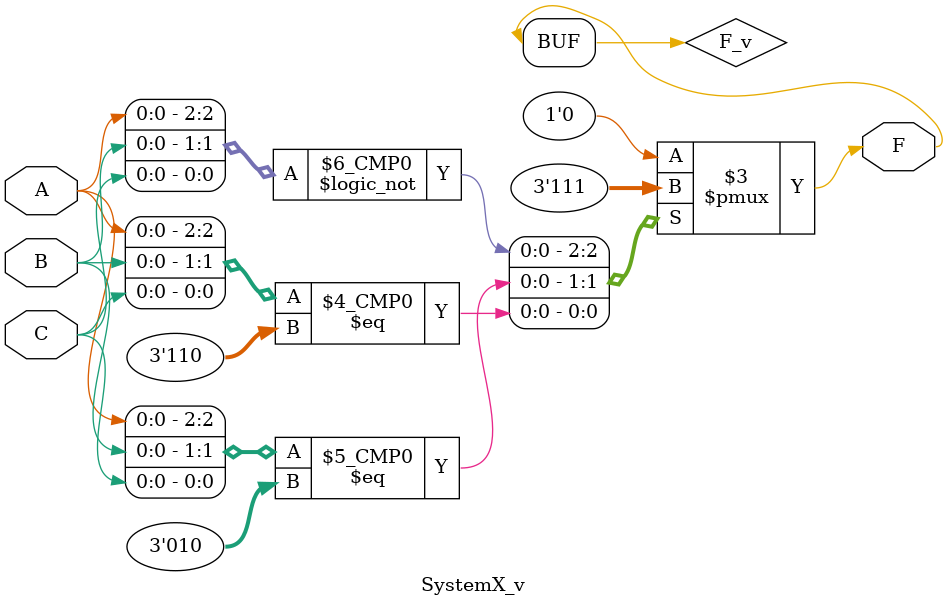
<source format=v>
`timescale 1ns / 1ps
module SystemX_v(
    input  wire A,
    input  wire B,
    input  wire C,
    output wire F
    );
    reg F_v;
    
    always @(A,B,C) begin : lut_design
        case ({A,B,C}) 
            3'b000 : F_v= 1'b1;
            3'b010 : F_v= 1'b1;
            3'b110 : F_v= 1'b1;
            default: F_v= 1'b0;
        endcase
    end  
    assign F = F_v;
endmodule

</source>
